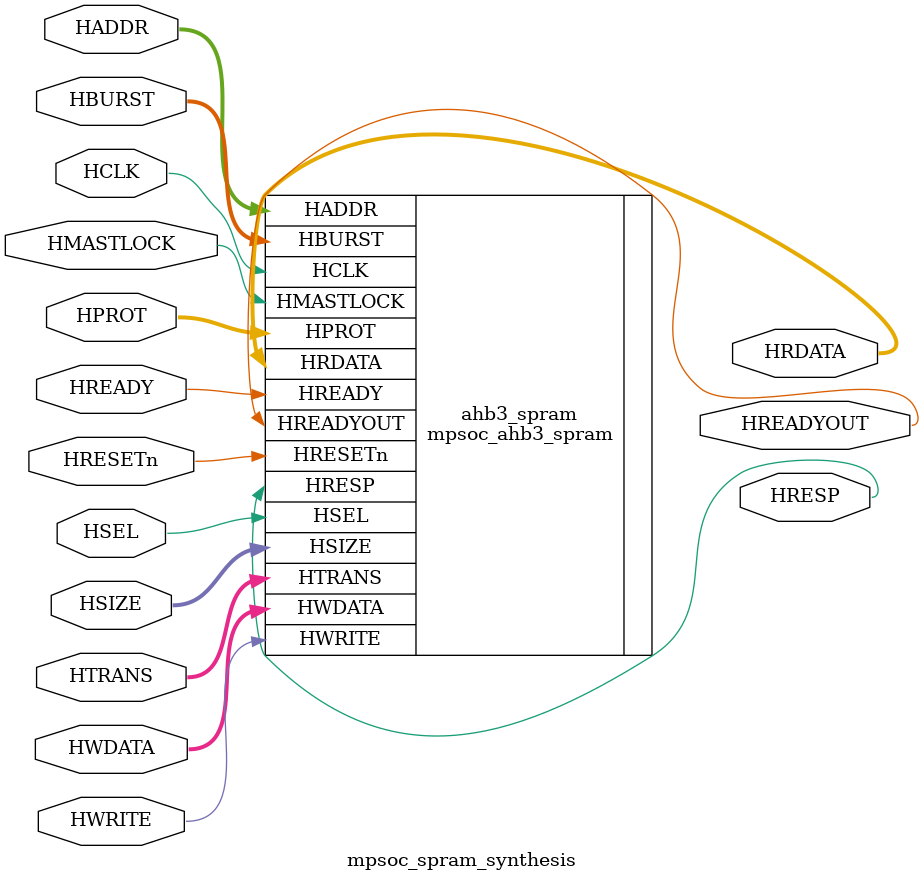
<source format=sv>

/* Copyright (c) 2018-2019 by the author(s)
 *
 * Permission is hereby granted, free of charge, to any person obtaining a copy
 * of this software and associated documentation files (the "Software"), to deal
 * in the Software without restriction, including without limitation the rights
 * to use, copy, modify, merge, publish, distribute, sublicense, and/or sell
 * copies of the Software, and to permit persons to whom the Software is
 * furnished to do so, subject to the following conditions:
 *
 * The above copyright notice and this permission notice shall be included in
 * all copies or substantial portions of the Software.
 *
 * THE SOFTWARE IS PROVIDED "AS IS", WITHOUT WARRANTY OF ANY KIND, EXPRESS OR
 * IMPLIED, INCLUDING BUT NOT LIMITED TO THE WARRANTIES OF MERCHANTABILITY,
 * FITNESS FOR A PARTICULAR PURPOSE AND NONINFRINGEMENT. IN NO EVENT SHALL THE
 * AUTHORS OR COPYRIGHT HOLDERS BE LIABLE FOR ANY CLAIM, DAMAGES OR OTHER
 * LIABILITY, WHETHER IN AN ACTION OF CONTRACT, TORT OR OTHERWISE, ARISING FROM,
 * OUT OF OR IN CONNECTION WITH THE SOFTWARE OR THE USE OR OTHER DEALINGS IN
 * THE SOFTWARE.
 *
 * =============================================================================
 * Author(s):
 *   Paco Reina Campo <pacoreinacampo@queenfield.tech>
 */

module mpsoc_spram_synthesis #(
  parameter MEM_SIZE          = 256,  // Memory in Bytes
  parameter MEM_DEPTH         = 256,  // Memory depth
  parameter PLEN              = 8,
  parameter XLEN              = 32,
  parameter TECHNOLOGY        = "GENERIC",
  parameter REGISTERED_OUTPUT = "NO"
)
  (
    input                 HRESETn,
    input                 HCLK,

    input                 HSEL,
    input      [PLEN-1:0] HADDR,
    input      [XLEN-1:0] HWDATA,
    output reg [XLEN-1:0] HRDATA,
    input                 HWRITE,
    input      [     2:0] HSIZE,
    input      [     2:0] HBURST,
    input      [     3:0] HPROT,
    input      [     1:0] HTRANS,
    input                 HMASTLOCK,
    output reg            HREADYOUT,
    input                 HREADY,
    output                HRESP
  );

  //////////////////////////////////////////////////////////////////
  // Module Body
  //////////////////////////////////////////////////////////////////////////////

  // DUT AHB3
  mpsoc_ahb3_spram #(
    .MEM_SIZE          ( MEM_SIZE ),
    .MEM_DEPTH         ( MEM_DEPTH ),
    .PLEN              ( PLEN ),
    .XLEN              ( XLEN ),
    .TECHNOLOGY        ( TECHNOLOGY ),
    .REGISTERED_OUTPUT ( REGISTERED_OUTPUT )
  )
  ahb3_spram (
    .HRESETn   ( HRESETn ),
    .HCLK      ( HCLK    ),

    .HSEL      ( HSEL      ),
    .HADDR     ( HADDR     ),
    .HWDATA    ( HWDATA    ),
    .HRDATA    ( HRDATA    ),
    .HWRITE    ( HWRITE    ),
    .HSIZE     ( HSIZE     ),
    .HBURST    ( HBURST    ),
    .HPROT     ( HPROT     ),
    .HTRANS    ( HTRANS    ),
    .HMASTLOCK ( HMASTLOCK ),
    .HREADYOUT ( HREADYOUT ),
    .HREADY    ( HREADY    ),
    .HRESP     ( HRESP     )
  );
endmodule

</source>
